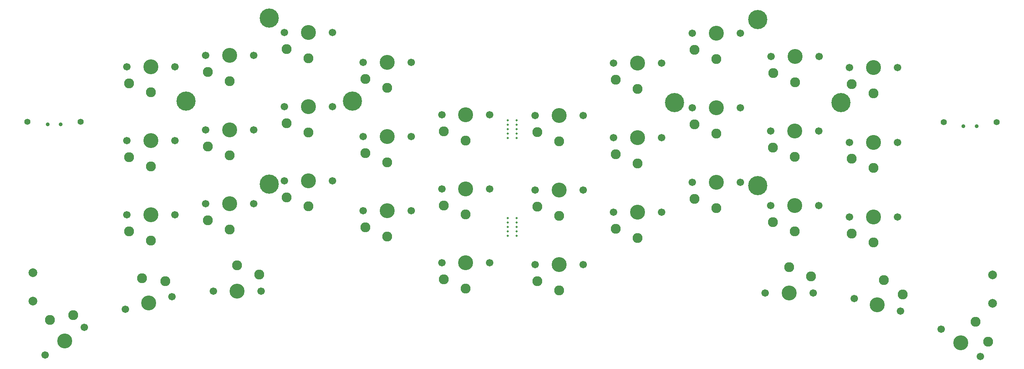
<source format=gbr>
%TF.GenerationSoftware,KiCad,Pcbnew,(6.0.5-0)*%
%TF.CreationDate,2022-06-22T19:02:17-07:00*%
%TF.ProjectId,Swept_3x5,53776570-745f-4337-9835-2e6b69636164,rev?*%
%TF.SameCoordinates,Original*%
%TF.FileFunction,Soldermask,Top*%
%TF.FilePolarity,Negative*%
%FSLAX46Y46*%
G04 Gerber Fmt 4.6, Leading zero omitted, Abs format (unit mm)*
G04 Created by KiCad (PCBNEW (6.0.5-0)) date 2022-06-22 19:02:17*
%MOMM*%
%LPD*%
G01*
G04 APERTURE LIST*
%ADD10C,0.500000*%
%ADD11C,3.429000*%
%ADD12C,1.701800*%
%ADD13C,2.282000*%
%ADD14C,2.000000*%
%ADD15C,4.400000*%
%ADD16C,1.397000*%
%ADD17C,0.900000*%
G04 APERTURE END LIST*
D10*
%TO.C,mouse-bite-2mm-slot*%
X132054600Y-51333400D03*
X132054600Y-48285400D03*
X130022600Y-48285400D03*
X130022600Y-51333400D03*
X130022600Y-49301400D03*
X132054600Y-49301400D03*
X132054600Y-50317400D03*
X130022600Y-47269400D03*
X130022600Y-50317400D03*
X132054600Y-47269400D03*
%TD*%
D11*
%TO.C,SW16*%
X159723400Y-68366800D03*
D12*
X154223400Y-68366800D03*
X165223400Y-68366800D03*
D13*
X159723400Y-74266800D03*
X154723400Y-72166800D03*
%TD*%
D12*
%TO.C,SW20*%
X188919800Y-86883400D03*
X199919800Y-86883400D03*
D11*
X194419800Y-86883400D03*
D13*
X194419800Y-80983400D03*
X199419800Y-83083400D03*
%TD*%
D12*
%TO.C,SW15*%
X136265600Y-80381000D03*
D11*
X141765600Y-80381000D03*
D12*
X147265600Y-80381000D03*
D13*
X141765600Y-86281000D03*
X136765600Y-84181000D03*
%TD*%
D12*
%TO.C,SW21*%
X209300208Y-88177695D03*
D11*
X214612800Y-89601200D03*
D12*
X219925392Y-91024705D03*
D13*
X216139832Y-83902238D03*
X220425942Y-87224777D03*
%TD*%
D12*
%TO.C,SW17*%
X183232000Y-61483400D03*
D11*
X177732000Y-61483400D03*
D12*
X172232000Y-61483400D03*
D13*
X177732000Y-67383400D03*
X172732000Y-65283400D03*
%TD*%
D12*
%TO.C,SW18*%
X190240600Y-66842800D03*
X201240600Y-66842800D03*
D11*
X195740600Y-66842800D03*
D13*
X195740600Y-72742800D03*
X190740600Y-70642800D03*
%TD*%
D12*
%TO.C,SW4*%
X154248800Y-34127600D03*
D11*
X159748800Y-34127600D03*
D12*
X165248800Y-34127600D03*
D13*
X159748800Y-40027600D03*
X154748800Y-37927600D03*
%TD*%
D11*
%TO.C,SW3*%
X141740200Y-46167200D03*
D12*
X147240200Y-46167200D03*
X136240200Y-46167200D03*
D13*
X141740200Y-52067200D03*
X136740200Y-49967200D03*
%TD*%
D12*
%TO.C,SW9*%
X136240200Y-63261400D03*
D11*
X141740200Y-63261400D03*
D12*
X147240200Y-63261400D03*
D13*
X141740200Y-69161400D03*
X136740200Y-67061400D03*
%TD*%
D12*
%TO.C,SW12*%
X201240600Y-49723200D03*
D11*
X195740600Y-49723200D03*
D12*
X190240600Y-49723200D03*
D13*
X195740600Y-55623200D03*
X190740600Y-53523200D03*
%TD*%
D12*
%TO.C,SW11*%
X183232000Y-44363800D03*
X172232000Y-44363800D03*
D11*
X177732000Y-44363800D03*
D13*
X177732000Y-50263800D03*
X172732000Y-48163800D03*
%TD*%
D12*
%TO.C,SW6*%
X201266000Y-32603600D03*
D11*
X195766000Y-32603600D03*
D12*
X190266000Y-32603600D03*
D13*
X195766000Y-38503600D03*
X190766000Y-36403600D03*
%TD*%
D12*
%TO.C,SW5*%
X183257400Y-27269600D03*
D11*
X177757400Y-27269600D03*
D12*
X172257400Y-27269600D03*
D13*
X177757400Y-33169600D03*
X172757400Y-31069600D03*
%TD*%
D10*
%TO.C,mouse-bite-2mm-slot*%
X132080000Y-73710800D03*
X132080000Y-70662800D03*
X130048000Y-70662800D03*
X130048000Y-73710800D03*
X130048000Y-71678800D03*
X132080000Y-71678800D03*
X132080000Y-72694800D03*
X130048000Y-69646800D03*
X130048000Y-72694800D03*
X132080000Y-69646800D03*
%TD*%
D14*
%TO.C,RSW1*%
X240978000Y-82744400D03*
X240978000Y-89244400D03*
%TD*%
D11*
%TO.C,SW10*%
X159723400Y-51247200D03*
D12*
X165223400Y-51247200D03*
X154223400Y-51247200D03*
D13*
X159723400Y-57147200D03*
X154723400Y-55047200D03*
%TD*%
D15*
%TO.C,REF\u002A\u002A*%
X206298800Y-43180000D03*
X168198800Y-43180000D03*
X187248800Y-24130000D03*
X187248800Y-62230000D03*
%TD*%
D12*
%TO.C,SW17_r1*%
X89878800Y-61112400D03*
D11*
X84378800Y-61112400D03*
D12*
X78878800Y-61112400D03*
D13*
X84378800Y-67012400D03*
X79378800Y-64912400D03*
%TD*%
D12*
%TO.C,SW11_r1*%
X78853400Y-44119800D03*
D11*
X84353400Y-44119800D03*
D12*
X89853400Y-44119800D03*
D13*
X84353400Y-50019800D03*
X79353400Y-47919800D03*
%TD*%
D12*
%TO.C,SW15_r1*%
X114896000Y-79959200D03*
X125896000Y-79959200D03*
D11*
X120396000Y-79959200D03*
D13*
X120396000Y-85859200D03*
X115396000Y-83759200D03*
%TD*%
D11*
%TO.C,SW18_r1*%
X66344800Y-66421000D03*
D12*
X71844800Y-66421000D03*
X60844800Y-66421000D03*
D13*
X66344800Y-72321000D03*
X61344800Y-70221000D03*
%TD*%
D12*
%TO.C,SW6_r1*%
X71844800Y-32359600D03*
X60844800Y-32359600D03*
D11*
X66344800Y-32359600D03*
D13*
X66344800Y-38259600D03*
X61344800Y-36159600D03*
%TD*%
D12*
%TO.C,SW5_r1*%
X78878800Y-27101800D03*
D11*
X84378800Y-27101800D03*
D12*
X89878800Y-27101800D03*
D13*
X84378800Y-33001800D03*
X79378800Y-30901800D03*
%TD*%
D12*
%TO.C,SW16_r1*%
X107912800Y-67995800D03*
D11*
X102412800Y-67995800D03*
D12*
X96912800Y-67995800D03*
D13*
X102412800Y-73895800D03*
X97412800Y-71795800D03*
%TD*%
D12*
%TO.C,SW4_r1*%
X96887400Y-33934400D03*
D11*
X102387400Y-33934400D03*
D12*
X107887400Y-33934400D03*
D13*
X102387400Y-39834400D03*
X97387400Y-37734400D03*
%TD*%
D12*
%TO.C,SW13_r1*%
X42836200Y-51943000D03*
D11*
X48336200Y-51943000D03*
D12*
X53836200Y-51943000D03*
D13*
X48336200Y-57843000D03*
X43336200Y-55743000D03*
%TD*%
D12*
%TO.C,SW12_r1*%
X60844800Y-49428400D03*
D11*
X66344800Y-49428400D03*
D12*
X71844800Y-49428400D03*
D13*
X66344800Y-55328400D03*
X61344800Y-53228400D03*
%TD*%
D12*
%TO.C,SW3_r1*%
X114896000Y-45974000D03*
D11*
X120396000Y-45974000D03*
D12*
X125896000Y-45974000D03*
D13*
X120396000Y-51874000D03*
X115396000Y-49774000D03*
%TD*%
D12*
%TO.C,SW21_r1*%
X53089992Y-87730495D03*
D11*
X47777400Y-89154000D03*
D12*
X42464808Y-90577505D03*
D13*
X46250368Y-83455038D03*
X51623517Y-84189387D03*
%TD*%
D11*
%TO.C,SW9_r1*%
X120396000Y-62966600D03*
D12*
X114896000Y-62966600D03*
X125896000Y-62966600D03*
D13*
X120396000Y-68866600D03*
X115396000Y-66766600D03*
%TD*%
D12*
%TO.C,SW20_r1*%
X62572000Y-86410800D03*
D11*
X68072000Y-86410800D03*
D12*
X73572000Y-86410800D03*
D13*
X68072000Y-80510800D03*
X73072000Y-82610800D03*
%TD*%
D12*
%TO.C,SW7_r1*%
X53836200Y-34950400D03*
X42836200Y-34950400D03*
D11*
X48336200Y-34950400D03*
D13*
X48336200Y-40850400D03*
X43336200Y-38750400D03*
%TD*%
D15*
%TO.C,REF\u002A\u002A*%
X94407400Y-42878400D03*
X56307400Y-42878400D03*
X75357400Y-61928400D03*
X75357400Y-23828400D03*
%TD*%
D14*
%TO.C,RSW2*%
X21285200Y-88721000D03*
X21285200Y-82221000D03*
%TD*%
D12*
%TO.C,SW13*%
X219274600Y-52288600D03*
X208274600Y-52288600D03*
D11*
X213774600Y-52288600D03*
D13*
X213774600Y-58188600D03*
X208774600Y-56088600D03*
%TD*%
D11*
%TO.C,SW22*%
X233713600Y-98288000D03*
D12*
X229208264Y-95133330D03*
X238218936Y-101442670D03*
D13*
X237097701Y-93455003D03*
X239988951Y-98043104D03*
%TD*%
D11*
%TO.C,SW19*%
X213774600Y-69408200D03*
D12*
X208274600Y-69408200D03*
X219274600Y-69408200D03*
D13*
X213774600Y-75308200D03*
X208774600Y-73208200D03*
%TD*%
D12*
%TO.C,SW19_r1*%
X53810800Y-68961000D03*
D11*
X48310800Y-68961000D03*
D12*
X42810800Y-68961000D03*
D13*
X48310800Y-74861000D03*
X43310800Y-72761000D03*
%TD*%
D16*
%TO.C,+*%
X229802000Y-47640400D03*
%TD*%
D11*
%TO.C,SW10_r1*%
X102387400Y-50977800D03*
D12*
X107887400Y-50977800D03*
X96887400Y-50977800D03*
D13*
X102387400Y-56877800D03*
X97387400Y-54777800D03*
%TD*%
D12*
%TO.C,SW22_r1*%
X24079200Y-101066600D03*
X33089872Y-94757260D03*
D11*
X28584536Y-97911930D03*
D13*
X25200435Y-93078933D03*
X30500706Y-91931270D03*
%TD*%
D16*
%TO.C,-*%
X241943200Y-47691200D03*
%TD*%
%TO.C,+*%
X20040600Y-47574200D03*
%TD*%
D12*
%TO.C,SW7*%
X208274600Y-35169000D03*
X219274600Y-35169000D03*
D11*
X213774600Y-35169000D03*
D13*
X213774600Y-41069000D03*
X208774600Y-38969000D03*
%TD*%
D16*
%TO.C,-*%
X32207200Y-47625000D03*
%TD*%
D17*
%TO.C,SW_POWER1*%
X234321800Y-48572800D03*
X237321800Y-48572800D03*
%TD*%
%TO.C,SW_POWERR1*%
X27662000Y-48201800D03*
X24662000Y-48201800D03*
%TD*%
M02*

</source>
